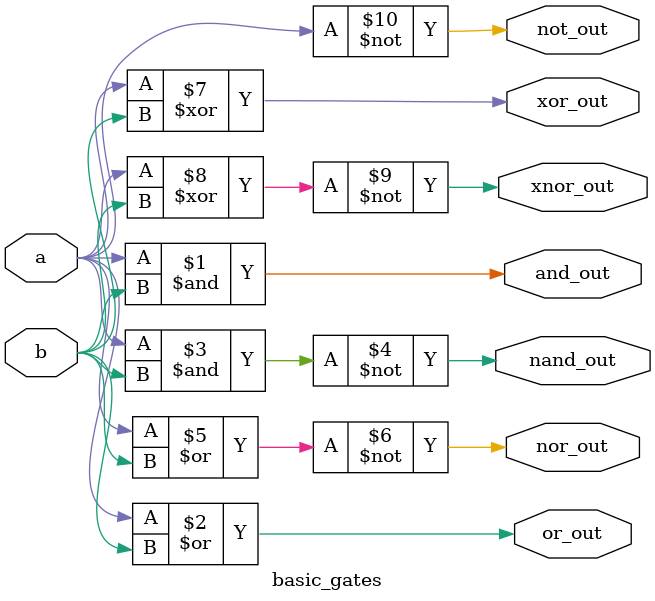
<source format=v>
module basic_gates(
  input a, b,
  output and_out, or_out, not_out, nand_out, nor_out, xor_out, xnor_out);

  // Built-in gate primitives
  and  g1(and_out, a, b);    // AND gate
  or   g2(or_out, a, b);     // OR gate
  not  g3(not_out, a);       // NOT gate
  nand g4(nand_out, a, b);   // NAND gate
  nor  g5(nor_out, a, b);    // NOR gate
  xor  g6(xor_out, a, b);    // XOR gate
  xnor g7(xnor_out, a, b);   // XNOR gate

endmodule


</source>
